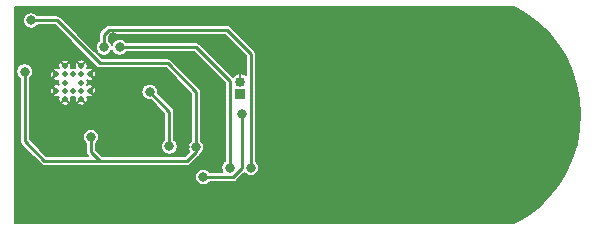
<source format=gbl>
%TF.GenerationSoftware,KiCad,Pcbnew,(5.1.12)-1*%
%TF.CreationDate,2024-01-05T22:51:58+02:00*%
%TF.ProjectId,FlexBandage,466c6578-4261-46e6-9461-67652e6b6963,rev?*%
%TF.SameCoordinates,Original*%
%TF.FileFunction,Copper,L2,Bot*%
%TF.FilePolarity,Positive*%
%FSLAX46Y46*%
G04 Gerber Fmt 4.6, Leading zero omitted, Abs format (unit mm)*
G04 Created by KiCad (PCBNEW (5.1.12)-1) date 2024-01-05 22:51:58*
%MOMM*%
%LPD*%
G01*
G04 APERTURE LIST*
%TA.AperFunction,ComponentPad*%
%ADD10O,0.850000X0.850000*%
%TD*%
%TA.AperFunction,ComponentPad*%
%ADD11R,0.850000X0.850000*%
%TD*%
%TA.AperFunction,ComponentPad*%
%ADD12C,0.500000*%
%TD*%
%TA.AperFunction,ViaPad*%
%ADD13C,0.800000*%
%TD*%
%TA.AperFunction,Conductor*%
%ADD14C,0.250000*%
%TD*%
%TA.AperFunction,Conductor*%
%ADD15C,0.200000*%
%TD*%
%TA.AperFunction,Conductor*%
%ADD16C,0.100000*%
%TD*%
G04 APERTURE END LIST*
D10*
%TO.P,BT1,2*%
%TO.N,GND*%
X142070000Y-114620000D03*
D11*
%TO.P,BT1,1*%
%TO.N,VBAT*%
X142070000Y-115620000D03*
%TD*%
D12*
%TO.P,U1,49*%
%TO.N,GND*%
X128610000Y-116084700D03*
%TO.P,U1,e48*%
X127210000Y-116084700D03*
%TO.P,U1,41*%
%TO.N,N/C*%
X127210000Y-114684700D03*
%TO.P,U1,42*%
X128610000Y-114684700D03*
%TO.P,U1,47*%
%TO.N,GND*%
X129310000Y-115384700D03*
%TO.P,U1,46*%
%TO.N,N/C*%
X128610000Y-115384700D03*
%TO.P,U1,45*%
X127910000Y-115384700D03*
%TO.P,U1,44*%
X127210000Y-115384700D03*
%TO.P,U1,43*%
%TO.N,GND*%
X126510000Y-115384700D03*
%TO.P,U1,36*%
X126510000Y-113984700D03*
%TO.P,U1,34*%
X127210000Y-113284700D03*
%TO.P,U1,37*%
%TO.N,N/C*%
X127210000Y-113984700D03*
%TO.P,U1,35*%
%TO.N,GND*%
X128610000Y-113284700D03*
%TO.P,U1,40*%
X129310000Y-113984700D03*
%TO.P,U1,39*%
%TO.N,N/C*%
X128610000Y-113984700D03*
%TO.P,U1,38*%
X127910000Y-113984700D03*
%TD*%
D13*
%TO.N,3V3*%
X138326640Y-120163360D03*
X129430000Y-119310000D03*
X123820000Y-113770000D03*
X124350000Y-109430000D03*
%TO.N,GND*%
X137366640Y-120153360D03*
X141071000Y-123969000D03*
X143031000Y-123009000D03*
X132820000Y-116070000D03*
X126480000Y-120290000D03*
X135296900Y-125757100D03*
X130120000Y-109270000D03*
X123440000Y-108700000D03*
X139810000Y-111620000D03*
X142060000Y-109170000D03*
X130440000Y-118170000D03*
X137280000Y-116220000D03*
X139840000Y-121010000D03*
X139830000Y-109130000D03*
X136800000Y-112600000D03*
X131330000Y-110860000D03*
X135190000Y-114280000D03*
X132420000Y-114050000D03*
%TO.N,SDA*%
X131860000Y-111710000D03*
X141162000Y-121910000D03*
%TO.N,SCL*%
X130520000Y-111710000D03*
X142965000Y-121910000D03*
%TO.N,STAT_MCP*%
X134400000Y-115480000D03*
X136070000Y-120100000D03*
%TO.N,LDO_EN*%
X142238000Y-117350000D03*
X138938000Y-122682000D03*
%TD*%
D14*
%TO.N,3V3*%
X129430000Y-120550000D02*
X129430000Y-119310000D01*
X130190000Y-121310000D02*
X129430000Y-120550000D01*
X130190000Y-121310000D02*
X125480000Y-121310000D01*
X123820000Y-119650000D02*
X123820000Y-113770000D01*
X125480000Y-121310000D02*
X123820000Y-119650000D01*
X138326640Y-120163360D02*
X138326640Y-120583360D01*
X138326640Y-120583360D02*
X137600000Y-121310000D01*
X130190000Y-121310000D02*
X137600000Y-121310000D01*
X126540000Y-109430000D02*
X124350000Y-109430000D01*
X130180000Y-113070000D02*
X126540000Y-109430000D01*
X135930000Y-113070000D02*
X130180000Y-113070000D01*
X138326640Y-115466640D02*
X135930000Y-113070000D01*
X138326640Y-120163360D02*
X138326640Y-115466640D01*
%TO.N,SDA*%
X141162000Y-114565002D02*
X141162000Y-115008000D01*
X138306998Y-111710000D02*
X141162000Y-114565002D01*
X141162000Y-115008000D02*
X141162000Y-121910000D01*
X131860000Y-111710000D02*
X138306998Y-111710000D01*
%TO.N,SCL*%
X130520000Y-111710000D02*
X130510000Y-111710000D01*
X130520000Y-110660000D02*
X130520000Y-111710000D01*
X130930000Y-110250000D02*
X130520000Y-110660000D01*
X140960000Y-110250000D02*
X130930000Y-110250000D01*
X142965000Y-112255000D02*
X140960000Y-110250000D01*
X142965000Y-121910000D02*
X142965000Y-112255000D01*
%TO.N,STAT_MCP*%
X136070000Y-117150000D02*
X136070000Y-120100000D01*
X134400000Y-115480000D02*
X136070000Y-117150000D01*
%TO.N,LDO_EN*%
X142238000Y-121907002D02*
X141463002Y-122682000D01*
X142238000Y-117350000D02*
X142238000Y-121907002D01*
X141463002Y-122682000D02*
X138938000Y-122682000D01*
%TD*%
D15*
%TO.N,GND*%
X166271371Y-108855022D02*
X167273847Y-109617109D01*
X168175987Y-110495700D01*
X168964315Y-111477666D01*
X169627107Y-112548403D01*
X170154464Y-113691925D01*
X170538531Y-114891193D01*
X170773581Y-116128330D01*
X170856110Y-117384886D01*
X170784887Y-118642143D01*
X170560975Y-119881342D01*
X170187714Y-121084008D01*
X169670660Y-122232239D01*
X169017532Y-123308887D01*
X168238065Y-124297909D01*
X167343862Y-125184581D01*
X166348287Y-125955652D01*
X165258201Y-126604383D01*
X165254465Y-126606287D01*
X123030000Y-126606287D01*
X123030000Y-113701056D01*
X123120000Y-113701056D01*
X123120000Y-113838944D01*
X123146901Y-113974182D01*
X123199668Y-114101574D01*
X123276274Y-114216224D01*
X123373776Y-114313726D01*
X123395001Y-114327908D01*
X123395000Y-119629133D01*
X123392945Y-119650000D01*
X123395000Y-119670867D01*
X123395000Y-119670873D01*
X123397865Y-119699963D01*
X123401150Y-119733314D01*
X123407799Y-119755231D01*
X123425452Y-119813426D01*
X123464916Y-119887259D01*
X123518026Y-119951974D01*
X123534244Y-119965284D01*
X125164716Y-121595756D01*
X125178026Y-121611974D01*
X125242740Y-121665084D01*
X125316571Y-121704547D01*
X125316573Y-121704548D01*
X125396686Y-121728850D01*
X125480000Y-121737056D01*
X125500874Y-121735000D01*
X130169132Y-121735000D01*
X130189999Y-121737055D01*
X130210866Y-121735000D01*
X137579133Y-121735000D01*
X137600000Y-121737055D01*
X137620867Y-121735000D01*
X137620874Y-121735000D01*
X137683314Y-121728850D01*
X137763427Y-121704548D01*
X137837260Y-121665084D01*
X137901974Y-121611974D01*
X137915283Y-121595757D01*
X138612402Y-120898639D01*
X138628614Y-120885334D01*
X138681724Y-120820620D01*
X138721188Y-120746787D01*
X138723156Y-120740300D01*
X138772864Y-120707086D01*
X138870366Y-120609584D01*
X138946972Y-120494934D01*
X138999739Y-120367542D01*
X139026640Y-120232304D01*
X139026640Y-120094416D01*
X138999739Y-119959178D01*
X138946972Y-119831786D01*
X138870366Y-119717136D01*
X138772864Y-119619634D01*
X138751640Y-119605453D01*
X138751640Y-115487507D01*
X138753695Y-115466640D01*
X138751640Y-115445773D01*
X138751640Y-115445766D01*
X138745490Y-115383326D01*
X138721188Y-115303213D01*
X138721188Y-115303212D01*
X138698384Y-115260550D01*
X138681724Y-115229380D01*
X138628614Y-115164666D01*
X138612402Y-115151361D01*
X136245283Y-112784243D01*
X136231974Y-112768026D01*
X136167260Y-112714916D01*
X136093427Y-112675452D01*
X136013314Y-112651150D01*
X135950874Y-112645000D01*
X135950867Y-112645000D01*
X135930000Y-112642945D01*
X135909133Y-112645000D01*
X130356041Y-112645000D01*
X129352097Y-111641056D01*
X129820000Y-111641056D01*
X129820000Y-111778944D01*
X129846901Y-111914182D01*
X129899668Y-112041574D01*
X129976274Y-112156224D01*
X130073776Y-112253726D01*
X130188426Y-112330332D01*
X130315818Y-112383099D01*
X130451056Y-112410000D01*
X130588944Y-112410000D01*
X130724182Y-112383099D01*
X130851574Y-112330332D01*
X130966224Y-112253726D01*
X131063726Y-112156224D01*
X131140332Y-112041574D01*
X131190000Y-111921664D01*
X131239668Y-112041574D01*
X131316274Y-112156224D01*
X131413776Y-112253726D01*
X131528426Y-112330332D01*
X131655818Y-112383099D01*
X131791056Y-112410000D01*
X131928944Y-112410000D01*
X132064182Y-112383099D01*
X132191574Y-112330332D01*
X132306224Y-112253726D01*
X132403726Y-112156224D01*
X132417907Y-112135000D01*
X138130958Y-112135000D01*
X140737000Y-114741042D01*
X140737000Y-114987127D01*
X140737001Y-121352092D01*
X140715776Y-121366274D01*
X140618274Y-121463776D01*
X140541668Y-121578426D01*
X140488901Y-121705818D01*
X140462000Y-121841056D01*
X140462000Y-121978944D01*
X140488901Y-122114182D01*
X140541668Y-122241574D01*
X140551975Y-122257000D01*
X139495907Y-122257000D01*
X139481726Y-122235776D01*
X139384224Y-122138274D01*
X139269574Y-122061668D01*
X139142182Y-122008901D01*
X139006944Y-121982000D01*
X138869056Y-121982000D01*
X138733818Y-122008901D01*
X138606426Y-122061668D01*
X138491776Y-122138274D01*
X138394274Y-122235776D01*
X138317668Y-122350426D01*
X138264901Y-122477818D01*
X138238000Y-122613056D01*
X138238000Y-122750944D01*
X138264901Y-122886182D01*
X138317668Y-123013574D01*
X138394274Y-123128224D01*
X138491776Y-123225726D01*
X138606426Y-123302332D01*
X138733818Y-123355099D01*
X138869056Y-123382000D01*
X139006944Y-123382000D01*
X139142182Y-123355099D01*
X139269574Y-123302332D01*
X139384224Y-123225726D01*
X139481726Y-123128224D01*
X139495907Y-123107000D01*
X141442135Y-123107000D01*
X141463002Y-123109055D01*
X141483869Y-123107000D01*
X141483876Y-123107000D01*
X141546316Y-123100850D01*
X141626429Y-123076548D01*
X141700262Y-123037084D01*
X141764976Y-122983974D01*
X141778285Y-122967757D01*
X142408675Y-122337368D01*
X142421274Y-122356224D01*
X142518776Y-122453726D01*
X142633426Y-122530332D01*
X142760818Y-122583099D01*
X142896056Y-122610000D01*
X143033944Y-122610000D01*
X143169182Y-122583099D01*
X143296574Y-122530332D01*
X143411224Y-122453726D01*
X143508726Y-122356224D01*
X143585332Y-122241574D01*
X143638099Y-122114182D01*
X143665000Y-121978944D01*
X143665000Y-121841056D01*
X143638099Y-121705818D01*
X143585332Y-121578426D01*
X143508726Y-121463776D01*
X143411224Y-121366274D01*
X143390000Y-121352093D01*
X143390000Y-112275866D01*
X143392055Y-112254999D01*
X143390000Y-112234132D01*
X143390000Y-112234126D01*
X143383850Y-112171686D01*
X143383823Y-112171595D01*
X143370856Y-112128850D01*
X143359548Y-112091573D01*
X143320084Y-112017740D01*
X143266974Y-111953026D01*
X143250762Y-111939721D01*
X141275283Y-109964243D01*
X141261974Y-109948026D01*
X141197260Y-109894916D01*
X141123427Y-109855452D01*
X141043314Y-109831150D01*
X140980874Y-109825000D01*
X140980867Y-109825000D01*
X140960000Y-109822945D01*
X140939133Y-109825000D01*
X130950874Y-109825000D01*
X130930000Y-109822944D01*
X130909126Y-109825000D01*
X130846686Y-109831150D01*
X130766573Y-109855452D01*
X130692740Y-109894916D01*
X130628026Y-109948026D01*
X130614716Y-109964244D01*
X130234244Y-110344716D01*
X130218026Y-110358026D01*
X130164916Y-110422741D01*
X130125452Y-110496574D01*
X130113565Y-110535760D01*
X130101553Y-110575360D01*
X130101150Y-110576687D01*
X130095000Y-110639127D01*
X130095000Y-110639133D01*
X130092945Y-110660000D01*
X130095000Y-110680867D01*
X130095000Y-111152092D01*
X130073776Y-111166274D01*
X129976274Y-111263776D01*
X129899668Y-111378426D01*
X129846901Y-111505818D01*
X129820000Y-111641056D01*
X129352097Y-111641056D01*
X126855284Y-109144243D01*
X126841974Y-109128026D01*
X126777260Y-109074916D01*
X126703427Y-109035452D01*
X126623314Y-109011150D01*
X126560874Y-109005000D01*
X126560867Y-109005000D01*
X126540000Y-109002945D01*
X126519133Y-109005000D01*
X124907907Y-109005000D01*
X124893726Y-108983776D01*
X124796224Y-108886274D01*
X124681574Y-108809668D01*
X124554182Y-108756901D01*
X124418944Y-108730000D01*
X124281056Y-108730000D01*
X124145818Y-108756901D01*
X124018426Y-108809668D01*
X123903776Y-108886274D01*
X123806274Y-108983776D01*
X123729668Y-109098426D01*
X123676901Y-109225818D01*
X123650000Y-109361056D01*
X123650000Y-109498944D01*
X123676901Y-109634182D01*
X123729668Y-109761574D01*
X123806274Y-109876224D01*
X123903776Y-109973726D01*
X124018426Y-110050332D01*
X124145818Y-110103099D01*
X124281056Y-110130000D01*
X124418944Y-110130000D01*
X124554182Y-110103099D01*
X124681574Y-110050332D01*
X124796224Y-109973726D01*
X124893726Y-109876224D01*
X124907907Y-109855000D01*
X126363960Y-109855000D01*
X129864719Y-113355760D01*
X129878026Y-113371974D01*
X129942740Y-113425084D01*
X130016573Y-113464548D01*
X130050205Y-113474750D01*
X130096685Y-113488850D01*
X130105098Y-113489679D01*
X130159126Y-113495000D01*
X130159132Y-113495000D01*
X130179999Y-113497055D01*
X130200866Y-113495000D01*
X135753960Y-113495000D01*
X137901641Y-115642682D01*
X137901640Y-119605453D01*
X137880416Y-119619634D01*
X137782914Y-119717136D01*
X137706308Y-119831786D01*
X137653541Y-119959178D01*
X137626640Y-120094416D01*
X137626640Y-120232304D01*
X137653541Y-120367542D01*
X137706308Y-120494934D01*
X137749453Y-120559506D01*
X137423960Y-120885000D01*
X130366041Y-120885000D01*
X129855000Y-120373960D01*
X129855000Y-119867907D01*
X129876224Y-119853726D01*
X129973726Y-119756224D01*
X130050332Y-119641574D01*
X130103099Y-119514182D01*
X130130000Y-119378944D01*
X130130000Y-119241056D01*
X130103099Y-119105818D01*
X130050332Y-118978426D01*
X129973726Y-118863776D01*
X129876224Y-118766274D01*
X129761574Y-118689668D01*
X129634182Y-118636901D01*
X129498944Y-118610000D01*
X129361056Y-118610000D01*
X129225818Y-118636901D01*
X129098426Y-118689668D01*
X128983776Y-118766274D01*
X128886274Y-118863776D01*
X128809668Y-118978426D01*
X128756901Y-119105818D01*
X128730000Y-119241056D01*
X128730000Y-119378944D01*
X128756901Y-119514182D01*
X128809668Y-119641574D01*
X128886274Y-119756224D01*
X128983776Y-119853726D01*
X129005001Y-119867908D01*
X129005000Y-120529133D01*
X129002945Y-120550000D01*
X129005000Y-120570867D01*
X129005000Y-120570873D01*
X129011150Y-120633313D01*
X129035452Y-120713426D01*
X129074916Y-120787259D01*
X129128026Y-120851974D01*
X129144243Y-120865283D01*
X129163960Y-120885000D01*
X125656040Y-120885000D01*
X124245000Y-119473960D01*
X124245000Y-116425974D01*
X126875797Y-116425974D01*
X126889213Y-116534732D01*
X126983173Y-116588668D01*
X127085850Y-116623235D01*
X127193299Y-116637108D01*
X127301389Y-116629752D01*
X127405968Y-116601449D01*
X127503015Y-116553288D01*
X127530787Y-116534732D01*
X127544203Y-116425974D01*
X128275797Y-116425974D01*
X128289213Y-116534732D01*
X128383173Y-116588668D01*
X128485850Y-116623235D01*
X128593299Y-116637108D01*
X128701389Y-116629752D01*
X128805968Y-116601449D01*
X128903015Y-116553288D01*
X128930787Y-116534732D01*
X128944203Y-116425974D01*
X128610000Y-116091771D01*
X128275797Y-116425974D01*
X127544203Y-116425974D01*
X127210000Y-116091771D01*
X126875797Y-116425974D01*
X124245000Y-116425974D01*
X124245000Y-115367999D01*
X125957592Y-115367999D01*
X125964948Y-115476089D01*
X125993251Y-115580668D01*
X126041412Y-115677715D01*
X126059968Y-115705487D01*
X126168726Y-115718903D01*
X126502929Y-115384700D01*
X126168726Y-115050497D01*
X126059968Y-115063913D01*
X126006032Y-115157873D01*
X125971465Y-115260550D01*
X125957592Y-115367999D01*
X124245000Y-115367999D01*
X124245000Y-114327907D01*
X124266224Y-114313726D01*
X124363726Y-114216224D01*
X124440332Y-114101574D01*
X124493099Y-113974182D01*
X124494328Y-113967999D01*
X125957592Y-113967999D01*
X125964948Y-114076089D01*
X125993251Y-114180668D01*
X126041412Y-114277715D01*
X126059968Y-114305487D01*
X126168726Y-114318903D01*
X126502929Y-113984700D01*
X126168726Y-113650497D01*
X126059968Y-113663913D01*
X126006032Y-113757873D01*
X125971465Y-113860550D01*
X125957592Y-113967999D01*
X124494328Y-113967999D01*
X124520000Y-113838944D01*
X124520000Y-113701056D01*
X124508537Y-113643426D01*
X126175797Y-113643426D01*
X126510000Y-113977629D01*
X126524143Y-113963487D01*
X126531214Y-113970558D01*
X126517071Y-113984700D01*
X126531214Y-113998843D01*
X126524143Y-114005914D01*
X126510000Y-113991771D01*
X126175797Y-114325974D01*
X126189213Y-114434732D01*
X126283173Y-114488668D01*
X126385850Y-114523235D01*
X126493299Y-114537108D01*
X126601389Y-114529752D01*
X126688648Y-114506137D01*
X126681136Y-114524271D01*
X126660000Y-114630530D01*
X126660000Y-114738870D01*
X126681136Y-114845129D01*
X126689249Y-114864714D01*
X126634150Y-114846165D01*
X126526701Y-114832292D01*
X126418611Y-114839648D01*
X126314032Y-114867951D01*
X126216985Y-114916112D01*
X126189213Y-114934668D01*
X126175797Y-115043426D01*
X126510000Y-115377629D01*
X126524143Y-115363487D01*
X126531214Y-115370558D01*
X126517071Y-115384700D01*
X126531214Y-115398843D01*
X126524143Y-115405914D01*
X126510000Y-115391771D01*
X126175797Y-115725974D01*
X126189213Y-115834732D01*
X126283173Y-115888668D01*
X126385850Y-115923235D01*
X126493299Y-115937108D01*
X126601389Y-115929752D01*
X126689898Y-115905798D01*
X126671465Y-115960550D01*
X126657592Y-116067999D01*
X126664948Y-116176089D01*
X126693251Y-116280668D01*
X126741412Y-116377715D01*
X126759968Y-116405487D01*
X126868726Y-116418903D01*
X127202929Y-116084700D01*
X127188787Y-116070558D01*
X127195858Y-116063487D01*
X127210000Y-116077629D01*
X127224143Y-116063487D01*
X127231214Y-116070558D01*
X127217071Y-116084700D01*
X127551274Y-116418903D01*
X127660032Y-116405487D01*
X127713968Y-116311527D01*
X127748535Y-116208850D01*
X127762408Y-116101401D01*
X127755052Y-115993311D01*
X127731437Y-115906052D01*
X127749571Y-115913564D01*
X127855830Y-115934700D01*
X127964170Y-115934700D01*
X128070429Y-115913564D01*
X128090014Y-115905451D01*
X128071465Y-115960550D01*
X128057592Y-116067999D01*
X128064948Y-116176089D01*
X128093251Y-116280668D01*
X128141412Y-116377715D01*
X128159968Y-116405487D01*
X128268726Y-116418903D01*
X128602929Y-116084700D01*
X128588787Y-116070558D01*
X128595858Y-116063487D01*
X128610000Y-116077629D01*
X128624143Y-116063487D01*
X128631214Y-116070558D01*
X128617071Y-116084700D01*
X128951274Y-116418903D01*
X129060032Y-116405487D01*
X129113968Y-116311527D01*
X129148535Y-116208850D01*
X129162408Y-116101401D01*
X129155052Y-115993311D01*
X129131098Y-115904802D01*
X129185850Y-115923235D01*
X129293299Y-115937108D01*
X129401389Y-115929752D01*
X129505968Y-115901449D01*
X129603015Y-115853288D01*
X129630787Y-115834732D01*
X129644203Y-115725974D01*
X129310000Y-115391771D01*
X129295858Y-115405914D01*
X129288787Y-115398843D01*
X129302929Y-115384700D01*
X129317071Y-115384700D01*
X129651274Y-115718903D01*
X129760032Y-115705487D01*
X129813968Y-115611527D01*
X129848535Y-115508850D01*
X129861161Y-115411056D01*
X133700000Y-115411056D01*
X133700000Y-115548944D01*
X133726901Y-115684182D01*
X133779668Y-115811574D01*
X133856274Y-115926224D01*
X133953776Y-116023726D01*
X134068426Y-116100332D01*
X134195818Y-116153099D01*
X134331056Y-116180000D01*
X134468944Y-116180000D01*
X134493980Y-116175020D01*
X135645000Y-117326040D01*
X135645001Y-119542092D01*
X135623776Y-119556274D01*
X135526274Y-119653776D01*
X135449668Y-119768426D01*
X135396901Y-119895818D01*
X135370000Y-120031056D01*
X135370000Y-120168944D01*
X135396901Y-120304182D01*
X135449668Y-120431574D01*
X135526274Y-120546224D01*
X135623776Y-120643726D01*
X135738426Y-120720332D01*
X135865818Y-120773099D01*
X136001056Y-120800000D01*
X136138944Y-120800000D01*
X136274182Y-120773099D01*
X136401574Y-120720332D01*
X136516224Y-120643726D01*
X136613726Y-120546224D01*
X136690332Y-120431574D01*
X136743099Y-120304182D01*
X136770000Y-120168944D01*
X136770000Y-120031056D01*
X136743099Y-119895818D01*
X136690332Y-119768426D01*
X136613726Y-119653776D01*
X136516224Y-119556274D01*
X136495000Y-119542093D01*
X136495000Y-117170867D01*
X136497055Y-117150000D01*
X136495000Y-117129133D01*
X136495000Y-117129126D01*
X136488850Y-117066686D01*
X136464548Y-116986573D01*
X136425084Y-116912740D01*
X136371974Y-116848026D01*
X136355758Y-116834718D01*
X135095020Y-115573980D01*
X135100000Y-115548944D01*
X135100000Y-115411056D01*
X135073099Y-115275818D01*
X135020332Y-115148426D01*
X134943726Y-115033776D01*
X134846224Y-114936274D01*
X134731574Y-114859668D01*
X134604182Y-114806901D01*
X134468944Y-114780000D01*
X134331056Y-114780000D01*
X134195818Y-114806901D01*
X134068426Y-114859668D01*
X133953776Y-114936274D01*
X133856274Y-115033776D01*
X133779668Y-115148426D01*
X133726901Y-115275818D01*
X133700000Y-115411056D01*
X129861161Y-115411056D01*
X129862408Y-115401401D01*
X129855052Y-115293311D01*
X129826749Y-115188732D01*
X129778588Y-115091685D01*
X129760032Y-115063913D01*
X129651274Y-115050497D01*
X129317071Y-115384700D01*
X129302929Y-115384700D01*
X129288787Y-115370558D01*
X129295858Y-115363487D01*
X129310000Y-115377629D01*
X129644203Y-115043426D01*
X129630787Y-114934668D01*
X129536827Y-114880732D01*
X129434150Y-114846165D01*
X129326701Y-114832292D01*
X129218611Y-114839648D01*
X129131352Y-114863263D01*
X129138864Y-114845129D01*
X129160000Y-114738870D01*
X129160000Y-114630530D01*
X129138864Y-114524271D01*
X129130751Y-114504686D01*
X129185850Y-114523235D01*
X129293299Y-114537108D01*
X129401389Y-114529752D01*
X129505968Y-114501449D01*
X129603015Y-114453288D01*
X129630787Y-114434732D01*
X129644203Y-114325974D01*
X129310000Y-113991771D01*
X129295858Y-114005914D01*
X129288787Y-113998843D01*
X129302929Y-113984700D01*
X129317071Y-113984700D01*
X129651274Y-114318903D01*
X129760032Y-114305487D01*
X129813968Y-114211527D01*
X129848535Y-114108850D01*
X129862408Y-114001401D01*
X129855052Y-113893311D01*
X129826749Y-113788732D01*
X129778588Y-113691685D01*
X129760032Y-113663913D01*
X129651274Y-113650497D01*
X129317071Y-113984700D01*
X129302929Y-113984700D01*
X129288787Y-113970558D01*
X129295858Y-113963487D01*
X129310000Y-113977629D01*
X129644203Y-113643426D01*
X129630787Y-113534668D01*
X129536827Y-113480732D01*
X129434150Y-113446165D01*
X129326701Y-113432292D01*
X129218611Y-113439648D01*
X129130102Y-113463602D01*
X129148535Y-113408850D01*
X129162408Y-113301401D01*
X129155052Y-113193311D01*
X129126749Y-113088732D01*
X129078588Y-112991685D01*
X129060032Y-112963913D01*
X128951274Y-112950497D01*
X128617071Y-113284700D01*
X128631214Y-113298843D01*
X128624143Y-113305914D01*
X128610000Y-113291771D01*
X128595858Y-113305914D01*
X128588787Y-113298843D01*
X128602929Y-113284700D01*
X128268726Y-112950497D01*
X128159968Y-112963913D01*
X128106032Y-113057873D01*
X128071465Y-113160550D01*
X128057592Y-113267999D01*
X128064948Y-113376089D01*
X128088563Y-113463348D01*
X128070429Y-113455836D01*
X127964170Y-113434700D01*
X127855830Y-113434700D01*
X127749571Y-113455836D01*
X127729986Y-113463949D01*
X127748535Y-113408850D01*
X127762408Y-113301401D01*
X127755052Y-113193311D01*
X127726749Y-113088732D01*
X127678588Y-112991685D01*
X127660032Y-112963913D01*
X127551274Y-112950497D01*
X127217071Y-113284700D01*
X127231214Y-113298843D01*
X127224143Y-113305914D01*
X127210000Y-113291771D01*
X127195858Y-113305914D01*
X127188787Y-113298843D01*
X127202929Y-113284700D01*
X126868726Y-112950497D01*
X126759968Y-112963913D01*
X126706032Y-113057873D01*
X126671465Y-113160550D01*
X126657592Y-113267999D01*
X126664948Y-113376089D01*
X126688902Y-113464598D01*
X126634150Y-113446165D01*
X126526701Y-113432292D01*
X126418611Y-113439648D01*
X126314032Y-113467951D01*
X126216985Y-113516112D01*
X126189213Y-113534668D01*
X126175797Y-113643426D01*
X124508537Y-113643426D01*
X124493099Y-113565818D01*
X124440332Y-113438426D01*
X124363726Y-113323776D01*
X124266224Y-113226274D01*
X124151574Y-113149668D01*
X124024182Y-113096901D01*
X123888944Y-113070000D01*
X123751056Y-113070000D01*
X123615818Y-113096901D01*
X123488426Y-113149668D01*
X123373776Y-113226274D01*
X123276274Y-113323776D01*
X123199668Y-113438426D01*
X123146901Y-113565818D01*
X123120000Y-113701056D01*
X123030000Y-113701056D01*
X123030000Y-112943426D01*
X126875797Y-112943426D01*
X127210000Y-113277629D01*
X127544203Y-112943426D01*
X128275797Y-112943426D01*
X128610000Y-113277629D01*
X128944203Y-112943426D01*
X128930787Y-112834668D01*
X128836827Y-112780732D01*
X128734150Y-112746165D01*
X128626701Y-112732292D01*
X128518611Y-112739648D01*
X128414032Y-112767951D01*
X128316985Y-112816112D01*
X128289213Y-112834668D01*
X128275797Y-112943426D01*
X127544203Y-112943426D01*
X127530787Y-112834668D01*
X127436827Y-112780732D01*
X127334150Y-112746165D01*
X127226701Y-112732292D01*
X127118611Y-112739648D01*
X127014032Y-112767951D01*
X126916985Y-112816112D01*
X126889213Y-112834668D01*
X126875797Y-112943426D01*
X123030000Y-112943426D01*
X123030000Y-108255012D01*
X165242177Y-108254999D01*
X166271371Y-108855022D01*
%TA.AperFunction,Conductor*%
D16*
G36*
X166271371Y-108855022D02*
G01*
X167273847Y-109617109D01*
X168175987Y-110495700D01*
X168964315Y-111477666D01*
X169627107Y-112548403D01*
X170154464Y-113691925D01*
X170538531Y-114891193D01*
X170773581Y-116128330D01*
X170856110Y-117384886D01*
X170784887Y-118642143D01*
X170560975Y-119881342D01*
X170187714Y-121084008D01*
X169670660Y-122232239D01*
X169017532Y-123308887D01*
X168238065Y-124297909D01*
X167343862Y-125184581D01*
X166348287Y-125955652D01*
X165258201Y-126604383D01*
X165254465Y-126606287D01*
X123030000Y-126606287D01*
X123030000Y-113701056D01*
X123120000Y-113701056D01*
X123120000Y-113838944D01*
X123146901Y-113974182D01*
X123199668Y-114101574D01*
X123276274Y-114216224D01*
X123373776Y-114313726D01*
X123395001Y-114327908D01*
X123395000Y-119629133D01*
X123392945Y-119650000D01*
X123395000Y-119670867D01*
X123395000Y-119670873D01*
X123397865Y-119699963D01*
X123401150Y-119733314D01*
X123407799Y-119755231D01*
X123425452Y-119813426D01*
X123464916Y-119887259D01*
X123518026Y-119951974D01*
X123534244Y-119965284D01*
X125164716Y-121595756D01*
X125178026Y-121611974D01*
X125242740Y-121665084D01*
X125316571Y-121704547D01*
X125316573Y-121704548D01*
X125396686Y-121728850D01*
X125480000Y-121737056D01*
X125500874Y-121735000D01*
X130169132Y-121735000D01*
X130189999Y-121737055D01*
X130210866Y-121735000D01*
X137579133Y-121735000D01*
X137600000Y-121737055D01*
X137620867Y-121735000D01*
X137620874Y-121735000D01*
X137683314Y-121728850D01*
X137763427Y-121704548D01*
X137837260Y-121665084D01*
X137901974Y-121611974D01*
X137915283Y-121595757D01*
X138612402Y-120898639D01*
X138628614Y-120885334D01*
X138681724Y-120820620D01*
X138721188Y-120746787D01*
X138723156Y-120740300D01*
X138772864Y-120707086D01*
X138870366Y-120609584D01*
X138946972Y-120494934D01*
X138999739Y-120367542D01*
X139026640Y-120232304D01*
X139026640Y-120094416D01*
X138999739Y-119959178D01*
X138946972Y-119831786D01*
X138870366Y-119717136D01*
X138772864Y-119619634D01*
X138751640Y-119605453D01*
X138751640Y-115487507D01*
X138753695Y-115466640D01*
X138751640Y-115445773D01*
X138751640Y-115445766D01*
X138745490Y-115383326D01*
X138721188Y-115303213D01*
X138721188Y-115303212D01*
X138698384Y-115260550D01*
X138681724Y-115229380D01*
X138628614Y-115164666D01*
X138612402Y-115151361D01*
X136245283Y-112784243D01*
X136231974Y-112768026D01*
X136167260Y-112714916D01*
X136093427Y-112675452D01*
X136013314Y-112651150D01*
X135950874Y-112645000D01*
X135950867Y-112645000D01*
X135930000Y-112642945D01*
X135909133Y-112645000D01*
X130356041Y-112645000D01*
X129352097Y-111641056D01*
X129820000Y-111641056D01*
X129820000Y-111778944D01*
X129846901Y-111914182D01*
X129899668Y-112041574D01*
X129976274Y-112156224D01*
X130073776Y-112253726D01*
X130188426Y-112330332D01*
X130315818Y-112383099D01*
X130451056Y-112410000D01*
X130588944Y-112410000D01*
X130724182Y-112383099D01*
X130851574Y-112330332D01*
X130966224Y-112253726D01*
X131063726Y-112156224D01*
X131140332Y-112041574D01*
X131190000Y-111921664D01*
X131239668Y-112041574D01*
X131316274Y-112156224D01*
X131413776Y-112253726D01*
X131528426Y-112330332D01*
X131655818Y-112383099D01*
X131791056Y-112410000D01*
X131928944Y-112410000D01*
X132064182Y-112383099D01*
X132191574Y-112330332D01*
X132306224Y-112253726D01*
X132403726Y-112156224D01*
X132417907Y-112135000D01*
X138130958Y-112135000D01*
X140737000Y-114741042D01*
X140737000Y-114987127D01*
X140737001Y-121352092D01*
X140715776Y-121366274D01*
X140618274Y-121463776D01*
X140541668Y-121578426D01*
X140488901Y-121705818D01*
X140462000Y-121841056D01*
X140462000Y-121978944D01*
X140488901Y-122114182D01*
X140541668Y-122241574D01*
X140551975Y-122257000D01*
X139495907Y-122257000D01*
X139481726Y-122235776D01*
X139384224Y-122138274D01*
X139269574Y-122061668D01*
X139142182Y-122008901D01*
X139006944Y-121982000D01*
X138869056Y-121982000D01*
X138733818Y-122008901D01*
X138606426Y-122061668D01*
X138491776Y-122138274D01*
X138394274Y-122235776D01*
X138317668Y-122350426D01*
X138264901Y-122477818D01*
X138238000Y-122613056D01*
X138238000Y-122750944D01*
X138264901Y-122886182D01*
X138317668Y-123013574D01*
X138394274Y-123128224D01*
X138491776Y-123225726D01*
X138606426Y-123302332D01*
X138733818Y-123355099D01*
X138869056Y-123382000D01*
X139006944Y-123382000D01*
X139142182Y-123355099D01*
X139269574Y-123302332D01*
X139384224Y-123225726D01*
X139481726Y-123128224D01*
X139495907Y-123107000D01*
X141442135Y-123107000D01*
X141463002Y-123109055D01*
X141483869Y-123107000D01*
X141483876Y-123107000D01*
X141546316Y-123100850D01*
X141626429Y-123076548D01*
X141700262Y-123037084D01*
X141764976Y-122983974D01*
X141778285Y-122967757D01*
X142408675Y-122337368D01*
X142421274Y-122356224D01*
X142518776Y-122453726D01*
X142633426Y-122530332D01*
X142760818Y-122583099D01*
X142896056Y-122610000D01*
X143033944Y-122610000D01*
X143169182Y-122583099D01*
X143296574Y-122530332D01*
X143411224Y-122453726D01*
X143508726Y-122356224D01*
X143585332Y-122241574D01*
X143638099Y-122114182D01*
X143665000Y-121978944D01*
X143665000Y-121841056D01*
X143638099Y-121705818D01*
X143585332Y-121578426D01*
X143508726Y-121463776D01*
X143411224Y-121366274D01*
X143390000Y-121352093D01*
X143390000Y-112275866D01*
X143392055Y-112254999D01*
X143390000Y-112234132D01*
X143390000Y-112234126D01*
X143383850Y-112171686D01*
X143383823Y-112171595D01*
X143370856Y-112128850D01*
X143359548Y-112091573D01*
X143320084Y-112017740D01*
X143266974Y-111953026D01*
X143250762Y-111939721D01*
X141275283Y-109964243D01*
X141261974Y-109948026D01*
X141197260Y-109894916D01*
X141123427Y-109855452D01*
X141043314Y-109831150D01*
X140980874Y-109825000D01*
X140980867Y-109825000D01*
X140960000Y-109822945D01*
X140939133Y-109825000D01*
X130950874Y-109825000D01*
X130930000Y-109822944D01*
X130909126Y-109825000D01*
X130846686Y-109831150D01*
X130766573Y-109855452D01*
X130692740Y-109894916D01*
X130628026Y-109948026D01*
X130614716Y-109964244D01*
X130234244Y-110344716D01*
X130218026Y-110358026D01*
X130164916Y-110422741D01*
X130125452Y-110496574D01*
X130113565Y-110535760D01*
X130101553Y-110575360D01*
X130101150Y-110576687D01*
X130095000Y-110639127D01*
X130095000Y-110639133D01*
X130092945Y-110660000D01*
X130095000Y-110680867D01*
X130095000Y-111152092D01*
X130073776Y-111166274D01*
X129976274Y-111263776D01*
X129899668Y-111378426D01*
X129846901Y-111505818D01*
X129820000Y-111641056D01*
X129352097Y-111641056D01*
X126855284Y-109144243D01*
X126841974Y-109128026D01*
X126777260Y-109074916D01*
X126703427Y-109035452D01*
X126623314Y-109011150D01*
X126560874Y-109005000D01*
X126560867Y-109005000D01*
X126540000Y-109002945D01*
X126519133Y-109005000D01*
X124907907Y-109005000D01*
X124893726Y-108983776D01*
X124796224Y-108886274D01*
X124681574Y-108809668D01*
X124554182Y-108756901D01*
X124418944Y-108730000D01*
X124281056Y-108730000D01*
X124145818Y-108756901D01*
X124018426Y-108809668D01*
X123903776Y-108886274D01*
X123806274Y-108983776D01*
X123729668Y-109098426D01*
X123676901Y-109225818D01*
X123650000Y-109361056D01*
X123650000Y-109498944D01*
X123676901Y-109634182D01*
X123729668Y-109761574D01*
X123806274Y-109876224D01*
X123903776Y-109973726D01*
X124018426Y-110050332D01*
X124145818Y-110103099D01*
X124281056Y-110130000D01*
X124418944Y-110130000D01*
X124554182Y-110103099D01*
X124681574Y-110050332D01*
X124796224Y-109973726D01*
X124893726Y-109876224D01*
X124907907Y-109855000D01*
X126363960Y-109855000D01*
X129864719Y-113355760D01*
X129878026Y-113371974D01*
X129942740Y-113425084D01*
X130016573Y-113464548D01*
X130050205Y-113474750D01*
X130096685Y-113488850D01*
X130105098Y-113489679D01*
X130159126Y-113495000D01*
X130159132Y-113495000D01*
X130179999Y-113497055D01*
X130200866Y-113495000D01*
X135753960Y-113495000D01*
X137901641Y-115642682D01*
X137901640Y-119605453D01*
X137880416Y-119619634D01*
X137782914Y-119717136D01*
X137706308Y-119831786D01*
X137653541Y-119959178D01*
X137626640Y-120094416D01*
X137626640Y-120232304D01*
X137653541Y-120367542D01*
X137706308Y-120494934D01*
X137749453Y-120559506D01*
X137423960Y-120885000D01*
X130366041Y-120885000D01*
X129855000Y-120373960D01*
X129855000Y-119867907D01*
X129876224Y-119853726D01*
X129973726Y-119756224D01*
X130050332Y-119641574D01*
X130103099Y-119514182D01*
X130130000Y-119378944D01*
X130130000Y-119241056D01*
X130103099Y-119105818D01*
X130050332Y-118978426D01*
X129973726Y-118863776D01*
X129876224Y-118766274D01*
X129761574Y-118689668D01*
X129634182Y-118636901D01*
X129498944Y-118610000D01*
X129361056Y-118610000D01*
X129225818Y-118636901D01*
X129098426Y-118689668D01*
X128983776Y-118766274D01*
X128886274Y-118863776D01*
X128809668Y-118978426D01*
X128756901Y-119105818D01*
X128730000Y-119241056D01*
X128730000Y-119378944D01*
X128756901Y-119514182D01*
X128809668Y-119641574D01*
X128886274Y-119756224D01*
X128983776Y-119853726D01*
X129005001Y-119867908D01*
X129005000Y-120529133D01*
X129002945Y-120550000D01*
X129005000Y-120570867D01*
X129005000Y-120570873D01*
X129011150Y-120633313D01*
X129035452Y-120713426D01*
X129074916Y-120787259D01*
X129128026Y-120851974D01*
X129144243Y-120865283D01*
X129163960Y-120885000D01*
X125656040Y-120885000D01*
X124245000Y-119473960D01*
X124245000Y-116425974D01*
X126875797Y-116425974D01*
X126889213Y-116534732D01*
X126983173Y-116588668D01*
X127085850Y-116623235D01*
X127193299Y-116637108D01*
X127301389Y-116629752D01*
X127405968Y-116601449D01*
X127503015Y-116553288D01*
X127530787Y-116534732D01*
X127544203Y-116425974D01*
X128275797Y-116425974D01*
X128289213Y-116534732D01*
X128383173Y-116588668D01*
X128485850Y-116623235D01*
X128593299Y-116637108D01*
X128701389Y-116629752D01*
X128805968Y-116601449D01*
X128903015Y-116553288D01*
X128930787Y-116534732D01*
X128944203Y-116425974D01*
X128610000Y-116091771D01*
X128275797Y-116425974D01*
X127544203Y-116425974D01*
X127210000Y-116091771D01*
X126875797Y-116425974D01*
X124245000Y-116425974D01*
X124245000Y-115367999D01*
X125957592Y-115367999D01*
X125964948Y-115476089D01*
X125993251Y-115580668D01*
X126041412Y-115677715D01*
X126059968Y-115705487D01*
X126168726Y-115718903D01*
X126502929Y-115384700D01*
X126168726Y-115050497D01*
X126059968Y-115063913D01*
X126006032Y-115157873D01*
X125971465Y-115260550D01*
X125957592Y-115367999D01*
X124245000Y-115367999D01*
X124245000Y-114327907D01*
X124266224Y-114313726D01*
X124363726Y-114216224D01*
X124440332Y-114101574D01*
X124493099Y-113974182D01*
X124494328Y-113967999D01*
X125957592Y-113967999D01*
X125964948Y-114076089D01*
X125993251Y-114180668D01*
X126041412Y-114277715D01*
X126059968Y-114305487D01*
X126168726Y-114318903D01*
X126502929Y-113984700D01*
X126168726Y-113650497D01*
X126059968Y-113663913D01*
X126006032Y-113757873D01*
X125971465Y-113860550D01*
X125957592Y-113967999D01*
X124494328Y-113967999D01*
X124520000Y-113838944D01*
X124520000Y-113701056D01*
X124508537Y-113643426D01*
X126175797Y-113643426D01*
X126510000Y-113977629D01*
X126524143Y-113963487D01*
X126531214Y-113970558D01*
X126517071Y-113984700D01*
X126531214Y-113998843D01*
X126524143Y-114005914D01*
X126510000Y-113991771D01*
X126175797Y-114325974D01*
X126189213Y-114434732D01*
X126283173Y-114488668D01*
X126385850Y-114523235D01*
X126493299Y-114537108D01*
X126601389Y-114529752D01*
X126688648Y-114506137D01*
X126681136Y-114524271D01*
X126660000Y-114630530D01*
X126660000Y-114738870D01*
X126681136Y-114845129D01*
X126689249Y-114864714D01*
X126634150Y-114846165D01*
X126526701Y-114832292D01*
X126418611Y-114839648D01*
X126314032Y-114867951D01*
X126216985Y-114916112D01*
X126189213Y-114934668D01*
X126175797Y-115043426D01*
X126510000Y-115377629D01*
X126524143Y-115363487D01*
X126531214Y-115370558D01*
X126517071Y-115384700D01*
X126531214Y-115398843D01*
X126524143Y-115405914D01*
X126510000Y-115391771D01*
X126175797Y-115725974D01*
X126189213Y-115834732D01*
X126283173Y-115888668D01*
X126385850Y-115923235D01*
X126493299Y-115937108D01*
X126601389Y-115929752D01*
X126689898Y-115905798D01*
X126671465Y-115960550D01*
X126657592Y-116067999D01*
X126664948Y-116176089D01*
X126693251Y-116280668D01*
X126741412Y-116377715D01*
X126759968Y-116405487D01*
X126868726Y-116418903D01*
X127202929Y-116084700D01*
X127188787Y-116070558D01*
X127195858Y-116063487D01*
X127210000Y-116077629D01*
X127224143Y-116063487D01*
X127231214Y-116070558D01*
X127217071Y-116084700D01*
X127551274Y-116418903D01*
X127660032Y-116405487D01*
X127713968Y-116311527D01*
X127748535Y-116208850D01*
X127762408Y-116101401D01*
X127755052Y-115993311D01*
X127731437Y-115906052D01*
X127749571Y-115913564D01*
X127855830Y-115934700D01*
X127964170Y-115934700D01*
X128070429Y-115913564D01*
X128090014Y-115905451D01*
X128071465Y-115960550D01*
X128057592Y-116067999D01*
X128064948Y-116176089D01*
X128093251Y-116280668D01*
X128141412Y-116377715D01*
X128159968Y-116405487D01*
X128268726Y-116418903D01*
X128602929Y-116084700D01*
X128588787Y-116070558D01*
X128595858Y-116063487D01*
X128610000Y-116077629D01*
X128624143Y-116063487D01*
X128631214Y-116070558D01*
X128617071Y-116084700D01*
X128951274Y-116418903D01*
X129060032Y-116405487D01*
X129113968Y-116311527D01*
X129148535Y-116208850D01*
X129162408Y-116101401D01*
X129155052Y-115993311D01*
X129131098Y-115904802D01*
X129185850Y-115923235D01*
X129293299Y-115937108D01*
X129401389Y-115929752D01*
X129505968Y-115901449D01*
X129603015Y-115853288D01*
X129630787Y-115834732D01*
X129644203Y-115725974D01*
X129310000Y-115391771D01*
X129295858Y-115405914D01*
X129288787Y-115398843D01*
X129302929Y-115384700D01*
X129317071Y-115384700D01*
X129651274Y-115718903D01*
X129760032Y-115705487D01*
X129813968Y-115611527D01*
X129848535Y-115508850D01*
X129861161Y-115411056D01*
X133700000Y-115411056D01*
X133700000Y-115548944D01*
X133726901Y-115684182D01*
X133779668Y-115811574D01*
X133856274Y-115926224D01*
X133953776Y-116023726D01*
X134068426Y-116100332D01*
X134195818Y-116153099D01*
X134331056Y-116180000D01*
X134468944Y-116180000D01*
X134493980Y-116175020D01*
X135645000Y-117326040D01*
X135645001Y-119542092D01*
X135623776Y-119556274D01*
X135526274Y-119653776D01*
X135449668Y-119768426D01*
X135396901Y-119895818D01*
X135370000Y-120031056D01*
X135370000Y-120168944D01*
X135396901Y-120304182D01*
X135449668Y-120431574D01*
X135526274Y-120546224D01*
X135623776Y-120643726D01*
X135738426Y-120720332D01*
X135865818Y-120773099D01*
X136001056Y-120800000D01*
X136138944Y-120800000D01*
X136274182Y-120773099D01*
X136401574Y-120720332D01*
X136516224Y-120643726D01*
X136613726Y-120546224D01*
X136690332Y-120431574D01*
X136743099Y-120304182D01*
X136770000Y-120168944D01*
X136770000Y-120031056D01*
X136743099Y-119895818D01*
X136690332Y-119768426D01*
X136613726Y-119653776D01*
X136516224Y-119556274D01*
X136495000Y-119542093D01*
X136495000Y-117170867D01*
X136497055Y-117150000D01*
X136495000Y-117129133D01*
X136495000Y-117129126D01*
X136488850Y-117066686D01*
X136464548Y-116986573D01*
X136425084Y-116912740D01*
X136371974Y-116848026D01*
X136355758Y-116834718D01*
X135095020Y-115573980D01*
X135100000Y-115548944D01*
X135100000Y-115411056D01*
X135073099Y-115275818D01*
X135020332Y-115148426D01*
X134943726Y-115033776D01*
X134846224Y-114936274D01*
X134731574Y-114859668D01*
X134604182Y-114806901D01*
X134468944Y-114780000D01*
X134331056Y-114780000D01*
X134195818Y-114806901D01*
X134068426Y-114859668D01*
X133953776Y-114936274D01*
X133856274Y-115033776D01*
X133779668Y-115148426D01*
X133726901Y-115275818D01*
X133700000Y-115411056D01*
X129861161Y-115411056D01*
X129862408Y-115401401D01*
X129855052Y-115293311D01*
X129826749Y-115188732D01*
X129778588Y-115091685D01*
X129760032Y-115063913D01*
X129651274Y-115050497D01*
X129317071Y-115384700D01*
X129302929Y-115384700D01*
X129288787Y-115370558D01*
X129295858Y-115363487D01*
X129310000Y-115377629D01*
X129644203Y-115043426D01*
X129630787Y-114934668D01*
X129536827Y-114880732D01*
X129434150Y-114846165D01*
X129326701Y-114832292D01*
X129218611Y-114839648D01*
X129131352Y-114863263D01*
X129138864Y-114845129D01*
X129160000Y-114738870D01*
X129160000Y-114630530D01*
X129138864Y-114524271D01*
X129130751Y-114504686D01*
X129185850Y-114523235D01*
X129293299Y-114537108D01*
X129401389Y-114529752D01*
X129505968Y-114501449D01*
X129603015Y-114453288D01*
X129630787Y-114434732D01*
X129644203Y-114325974D01*
X129310000Y-113991771D01*
X129295858Y-114005914D01*
X129288787Y-113998843D01*
X129302929Y-113984700D01*
X129317071Y-113984700D01*
X129651274Y-114318903D01*
X129760032Y-114305487D01*
X129813968Y-114211527D01*
X129848535Y-114108850D01*
X129862408Y-114001401D01*
X129855052Y-113893311D01*
X129826749Y-113788732D01*
X129778588Y-113691685D01*
X129760032Y-113663913D01*
X129651274Y-113650497D01*
X129317071Y-113984700D01*
X129302929Y-113984700D01*
X129288787Y-113970558D01*
X129295858Y-113963487D01*
X129310000Y-113977629D01*
X129644203Y-113643426D01*
X129630787Y-113534668D01*
X129536827Y-113480732D01*
X129434150Y-113446165D01*
X129326701Y-113432292D01*
X129218611Y-113439648D01*
X129130102Y-113463602D01*
X129148535Y-113408850D01*
X129162408Y-113301401D01*
X129155052Y-113193311D01*
X129126749Y-113088732D01*
X129078588Y-112991685D01*
X129060032Y-112963913D01*
X128951274Y-112950497D01*
X128617071Y-113284700D01*
X128631214Y-113298843D01*
X128624143Y-113305914D01*
X128610000Y-113291771D01*
X128595858Y-113305914D01*
X128588787Y-113298843D01*
X128602929Y-113284700D01*
X128268726Y-112950497D01*
X128159968Y-112963913D01*
X128106032Y-113057873D01*
X128071465Y-113160550D01*
X128057592Y-113267999D01*
X128064948Y-113376089D01*
X128088563Y-113463348D01*
X128070429Y-113455836D01*
X127964170Y-113434700D01*
X127855830Y-113434700D01*
X127749571Y-113455836D01*
X127729986Y-113463949D01*
X127748535Y-113408850D01*
X127762408Y-113301401D01*
X127755052Y-113193311D01*
X127726749Y-113088732D01*
X127678588Y-112991685D01*
X127660032Y-112963913D01*
X127551274Y-112950497D01*
X127217071Y-113284700D01*
X127231214Y-113298843D01*
X127224143Y-113305914D01*
X127210000Y-113291771D01*
X127195858Y-113305914D01*
X127188787Y-113298843D01*
X127202929Y-113284700D01*
X126868726Y-112950497D01*
X126759968Y-112963913D01*
X126706032Y-113057873D01*
X126671465Y-113160550D01*
X126657592Y-113267999D01*
X126664948Y-113376089D01*
X126688902Y-113464598D01*
X126634150Y-113446165D01*
X126526701Y-113432292D01*
X126418611Y-113439648D01*
X126314032Y-113467951D01*
X126216985Y-113516112D01*
X126189213Y-113534668D01*
X126175797Y-113643426D01*
X124508537Y-113643426D01*
X124493099Y-113565818D01*
X124440332Y-113438426D01*
X124363726Y-113323776D01*
X124266224Y-113226274D01*
X124151574Y-113149668D01*
X124024182Y-113096901D01*
X123888944Y-113070000D01*
X123751056Y-113070000D01*
X123615818Y-113096901D01*
X123488426Y-113149668D01*
X123373776Y-113226274D01*
X123276274Y-113323776D01*
X123199668Y-113438426D01*
X123146901Y-113565818D01*
X123120000Y-113701056D01*
X123030000Y-113701056D01*
X123030000Y-112943426D01*
X126875797Y-112943426D01*
X127210000Y-113277629D01*
X127544203Y-112943426D01*
X128275797Y-112943426D01*
X128610000Y-113277629D01*
X128944203Y-112943426D01*
X128930787Y-112834668D01*
X128836827Y-112780732D01*
X128734150Y-112746165D01*
X128626701Y-112732292D01*
X128518611Y-112739648D01*
X128414032Y-112767951D01*
X128316985Y-112816112D01*
X128289213Y-112834668D01*
X128275797Y-112943426D01*
X127544203Y-112943426D01*
X127530787Y-112834668D01*
X127436827Y-112780732D01*
X127334150Y-112746165D01*
X127226701Y-112732292D01*
X127118611Y-112739648D01*
X127014032Y-112767951D01*
X126916985Y-112816112D01*
X126889213Y-112834668D01*
X126875797Y-112943426D01*
X123030000Y-112943426D01*
X123030000Y-108255012D01*
X165242177Y-108254999D01*
X166271371Y-108855022D01*
G37*
%TD.AperFunction*%
D15*
X142540001Y-112431042D02*
X142540001Y-114071219D01*
X142453066Y-114004463D01*
X142325620Y-113941558D01*
X142188351Y-113904725D01*
X142075000Y-113970017D01*
X142075000Y-114615000D01*
X142095000Y-114615000D01*
X142095000Y-114625000D01*
X142075000Y-114625000D01*
X142075000Y-114645000D01*
X142065000Y-114645000D01*
X142065000Y-114625000D01*
X142045000Y-114625000D01*
X142045000Y-114615000D01*
X142065000Y-114615000D01*
X142065000Y-113970017D01*
X141951649Y-113904725D01*
X141814380Y-113941558D01*
X141686934Y-114004463D01*
X141574209Y-114091023D01*
X141480537Y-114197911D01*
X141449720Y-114251330D01*
X141447758Y-114249720D01*
X138622282Y-111424244D01*
X138608972Y-111408026D01*
X138544258Y-111354916D01*
X138470425Y-111315452D01*
X138390312Y-111291150D01*
X138327872Y-111285000D01*
X138327865Y-111285000D01*
X138306998Y-111282945D01*
X138286131Y-111285000D01*
X132417907Y-111285000D01*
X132403726Y-111263776D01*
X132306224Y-111166274D01*
X132191574Y-111089668D01*
X132064182Y-111036901D01*
X131928944Y-111010000D01*
X131791056Y-111010000D01*
X131655818Y-111036901D01*
X131528426Y-111089668D01*
X131413776Y-111166274D01*
X131316274Y-111263776D01*
X131239668Y-111378426D01*
X131190000Y-111498336D01*
X131140332Y-111378426D01*
X131063726Y-111263776D01*
X130966224Y-111166274D01*
X130945000Y-111152093D01*
X130945000Y-110836040D01*
X131106040Y-110675000D01*
X140783960Y-110675000D01*
X142540001Y-112431042D01*
%TA.AperFunction,Conductor*%
D16*
G36*
X142540001Y-112431042D02*
G01*
X142540001Y-114071219D01*
X142453066Y-114004463D01*
X142325620Y-113941558D01*
X142188351Y-113904725D01*
X142075000Y-113970017D01*
X142075000Y-114615000D01*
X142095000Y-114615000D01*
X142095000Y-114625000D01*
X142075000Y-114625000D01*
X142075000Y-114645000D01*
X142065000Y-114645000D01*
X142065000Y-114625000D01*
X142045000Y-114625000D01*
X142045000Y-114615000D01*
X142065000Y-114615000D01*
X142065000Y-113970017D01*
X141951649Y-113904725D01*
X141814380Y-113941558D01*
X141686934Y-114004463D01*
X141574209Y-114091023D01*
X141480537Y-114197911D01*
X141449720Y-114251330D01*
X141447758Y-114249720D01*
X138622282Y-111424244D01*
X138608972Y-111408026D01*
X138544258Y-111354916D01*
X138470425Y-111315452D01*
X138390312Y-111291150D01*
X138327872Y-111285000D01*
X138327865Y-111285000D01*
X138306998Y-111282945D01*
X138286131Y-111285000D01*
X132417907Y-111285000D01*
X132403726Y-111263776D01*
X132306224Y-111166274D01*
X132191574Y-111089668D01*
X132064182Y-111036901D01*
X131928944Y-111010000D01*
X131791056Y-111010000D01*
X131655818Y-111036901D01*
X131528426Y-111089668D01*
X131413776Y-111166274D01*
X131316274Y-111263776D01*
X131239668Y-111378426D01*
X131190000Y-111498336D01*
X131140332Y-111378426D01*
X131063726Y-111263776D01*
X130966224Y-111166274D01*
X130945000Y-111152093D01*
X130945000Y-110836040D01*
X131106040Y-110675000D01*
X140783960Y-110675000D01*
X142540001Y-112431042D01*
G37*
%TD.AperFunction*%
%TD*%
M02*

</source>
